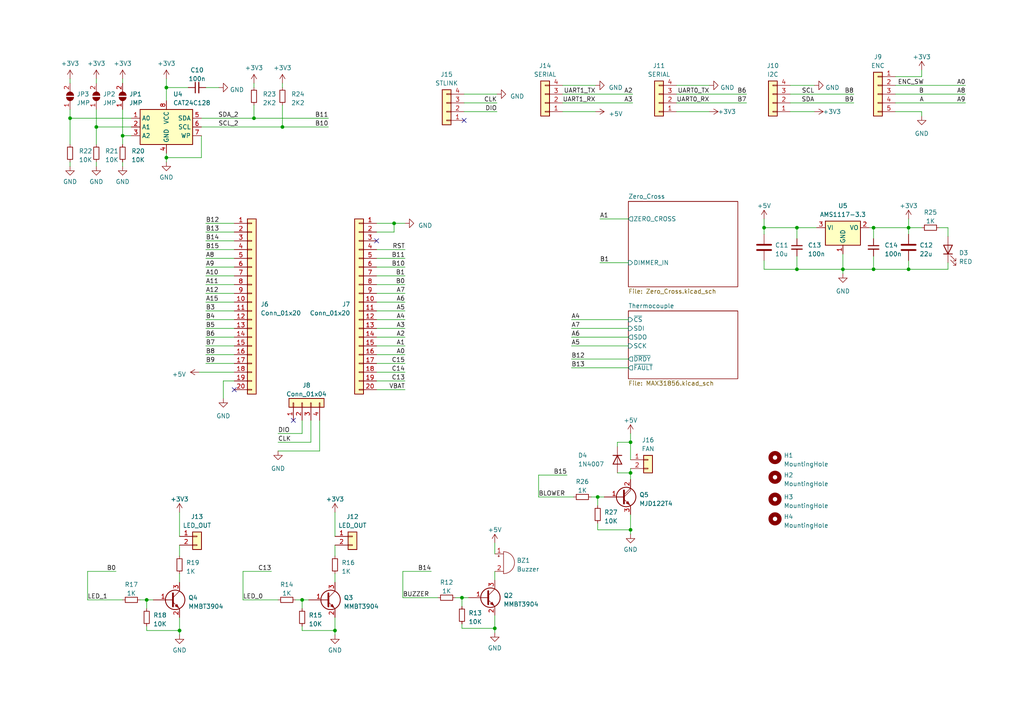
<source format=kicad_sch>
(kicad_sch (version 20230121) (generator eeschema)
  (paper "A4")
  (lib_symbols
    (symbol "Connector_Generic:Conn_01x02" (pin_names (offset 1.016) hide)
      (property "Reference" "J" (at 0 2.54 0))
      (property "Value" "Conn_01x02" (at 0 -5.08 0))
      (symbol "Conn_01x02_1_1"
        (rectangle (start -1.27 -2.413) (end 0 -2.667) (stroke (width 0.1524)))
        (rectangle (start -1.27 0.127) (end 0 -0.127) (stroke (width 0.1524)))
        (rectangle (start -1.27 1.27) (end 1.27 -3.81) (stroke (width 0.254)) (fill (type background)))
        (pin passive line (at -5.08 0 0) (length 3.81) (name "Pin_1") (number "1"))
        (pin passive line (at -5.08 -2.54 0) (length 3.81) (name "Pin_2") (number "2"))
      )
    )
    (symbol "Connector_Generic:Conn_01x04" (pin_names (offset 1.016) hide)
      (property "Reference" "J" (at 0 5.08 0))
      (property "Value" "Conn_01x04" (at 0 -7.62 0))
      (symbol "Conn_01x04_1_1"
        (rectangle (start -1.27 -4.953) (end 0 -5.207) (stroke (width 0.1524)))
        (rectangle (start -1.27 -2.413) (end 0 -2.667) (stroke (width 0.1524)))
        (rectangle (start -1.27 0.127) (end 0 -0.127) (stroke (width 0.1524)))
        (rectangle (start -1.27 2.667) (end 0 2.413) (stroke (width 0.1524)))
        (rectangle (start -1.27 3.81) (end 1.27 -6.35) (stroke (width 0.254)) (fill (type background)))
        (pin passive line (at -5.08 2.54 0) (length 3.81) (name "Pin_1") (number "1"))
        (pin passive line (at -5.08 0 0) (length 3.81) (name "Pin_2") (number "2"))
        (pin passive line (at -5.08 -2.54 0) (length 3.81) (name "Pin_3") (number "3"))
        (pin passive line (at -5.08 -5.08 0) (length 3.81) (name "Pin_4") (number "4"))
      )
    )
    (symbol "Connector_Generic:Conn_01x05" (pin_names (offset 1.016) hide)
      (property "Reference" "J" (at 0 7.62 0))
      (property "Value" "Conn_01x05" (at 0 -7.62 0))
      (symbol "Conn_01x05_1_1"
        (rectangle (start -1.27 -4.953) (end 0 -5.207) (stroke (width 0.1524)))
        (rectangle (start -1.27 -2.413) (end 0 -2.667) (stroke (width 0.1524)))
        (rectangle (start -1.27 0.127) (end 0 -0.127) (stroke (width 0.1524)))
        (rectangle (start -1.27 2.667) (end 0 2.413) (stroke (width 0.1524)))
        (rectangle (start -1.27 5.207) (end 0 4.953) (stroke (width 0.1524)))
        (rectangle (start -1.27 6.35) (end 1.27 -6.35) (stroke (width 0.254)) (fill (type background)))
        (pin passive line (at -5.08 5.08 0) (length 3.81) (name "Pin_1") (number "1"))
        (pin passive line (at -5.08 2.54 0) (length 3.81) (name "Pin_2") (number "2"))
        (pin passive line (at -5.08 0 0) (length 3.81) (name "Pin_3") (number "3"))
        (pin passive line (at -5.08 -2.54 0) (length 3.81) (name "Pin_4") (number "4"))
        (pin passive line (at -5.08 -5.08 0) (length 3.81) (name "Pin_5") (number "5"))
      )
    )
    (symbol "Connector_Generic:Conn_01x20" (pin_names (offset 1.016) hide)
      (property "Reference" "J" (at 0 25.4 0))
      (property "Value" "Conn_01x20" (at 0 -27.94 0))
      (symbol "Conn_01x20_1_1"
        (rectangle (start -1.27 -25.273) (end 0 -25.527) (stroke (width 0.1524)))
        (rectangle (start -1.27 -22.733) (end 0 -22.987) (stroke (width 0.1524)))
        (rectangle (start -1.27 -20.193) (end 0 -20.447) (stroke (width 0.1524)))
        (rectangle (start -1.27 -17.653) (end 0 -17.907) (stroke (width 0.1524)))
        (rectangle (start -1.27 -15.113) (end 0 -15.367) (stroke (width 0.1524)))
        (rectangle (start -1.27 -12.573) (end 0 -12.827) (stroke (width 0.1524)))
        (rectangle (start -1.27 -10.033) (end 0 -10.287) (stroke (width 0.1524)))
        (rectangle (start -1.27 -7.493) (end 0 -7.747) (stroke (width 0.1524)))
        (rectangle (start -1.27 -4.953) (end 0 -5.207) (stroke (width 0.1524)))
        (rectangle (start -1.27 -2.413) (end 0 -2.667) (stroke (width 0.1524)))
        (rectangle (start -1.27 0.127) (end 0 -0.127) (stroke (width 0.1524)))
        (rectangle (start -1.27 2.667) (end 0 2.413) (stroke (width 0.1524)))
        (rectangle (start -1.27 5.207) (end 0 4.953) (stroke (width 0.1524)))
        (rectangle (start -1.27 7.747) (end 0 7.493) (stroke (width 0.1524)))
        (rectangle (start -1.27 10.287) (end 0 10.033) (stroke (width 0.1524)))
        (rectangle (start -1.27 12.827) (end 0 12.573) (stroke (width 0.1524)))
        (rectangle (start -1.27 15.367) (end 0 15.113) (stroke (width 0.1524)))
        (rectangle (start -1.27 17.907) (end 0 17.653) (stroke (width 0.1524)))
        (rectangle (start -1.27 20.447) (end 0 20.193) (stroke (width 0.1524)))
        (rectangle (start -1.27 22.987) (end 0 22.733) (stroke (width 0.1524)))
        (rectangle (start -1.27 24.13) (end 1.27 -26.67) (stroke (width 0.254)) (fill (type background)))
        (pin passive line (at -5.08 22.86 0) (length 3.81) (name "Pin_1") (number "1"))
        (pin passive line (at -5.08 0 0) (length 3.81) (name "Pin_10") (number "10"))
        (pin passive line (at -5.08 -2.54 0) (length 3.81) (name "Pin_11") (number "11"))
        (pin passive line (at -5.08 -5.08 0) (length 3.81) (name "Pin_12") (number "12"))
        (pin passive line (at -5.08 -7.62 0) (length 3.81) (name "Pin_13") (number "13"))
        (pin passive line (at -5.08 -10.16 0) (length 3.81) (name "Pin_14") (number "14"))
        (pin passive line (at -5.08 -12.7 0) (length 3.81) (name "Pin_15") (number "15"))
        (pin passive line (at -5.08 -15.24 0) (length 3.81) (name "Pin_16") (number "16"))
        (pin passive line (at -5.08 -17.78 0) (length 3.81) (name "Pin_17") (number "17"))
        (pin passive line (at -5.08 -20.32 0) (length 3.81) (name "Pin_18") (number "18"))
        (pin passive line (at -5.08 -22.86 0) (length 3.81) (name "Pin_19") (number "19"))
        (pin passive line (at -5.08 20.32 0) (length 3.81) (name "Pin_2") (number "2"))
        (pin passive line (at -5.08 -25.4 0) (length 3.81) (name "Pin_20") (number "20"))
        (pin passive line (at -5.08 17.78 0) (length 3.81) (name "Pin_3") (number "3"))
        (pin passive line (at -5.08 15.24 0) (length 3.81) (name "Pin_4") (number "4"))
        (pin passive line (at -5.08 12.7 0) (length 3.81) (name "Pin_5") (number "5"))
        (pin passive line (at -5.08 10.16 0) (length 3.81) (name "Pin_6") (number "6"))
        (pin passive line (at -5.08 7.62 0) (length 3.81) (name "Pin_7") (number "7"))
        (pin passive line (at -5.08 5.08 0) (length 3.81) (name "Pin_8") (number "8"))
        (pin passive line (at -5.08 2.54 0) (length 3.81) (name "Pin_9") (number "9"))
      )
    )
    (symbol "Device:Buzzer" (pin_names (offset 0.0254) hide)
      (property "Reference" "BZ" (at 3.81 1.27 0))
      (property "Value" "Buzzer" (at 3.81 -1.27 0))
      (symbol "Buzzer_0_1"
        (arc (start 0 -3.175) (mid 3.1612 0) (end 0 3.175))
        (polyline (pts (xy -1.651 1.905) (xy -1.143 1.905)))
        (polyline (pts (xy -1.397 2.159) (xy -1.397 1.651)))
        (polyline (pts (xy 0 3.175) (xy 0 -3.175)))
      )
      (symbol "Buzzer_1_1"
        (pin passive line (at -2.54 2.54 0) (length 2.54) (name "-") (number "1"))
        (pin passive line (at -2.54 -2.54 0) (length 2.54) (name "+") (number "2"))
      )
    )
    (symbol "Device:C" (pin_numbers hide) (pin_names (offset 0.254))
      (property "Reference" "C" (at 0.635 2.54 0))
      (property "Value" "C" (at 0.635 -2.54 0))
      (symbol "C_0_1"
        (polyline (pts (xy -2.032 -0.762) (xy 2.032 -0.762)) (stroke (width 0.508)))
        (polyline (pts (xy -2.032 0.762) (xy 2.032 0.762)) (stroke (width 0.508)))
      )
      (symbol "C_1_1"
        (pin passive line (at 0 3.81 270) (length 2.794) (name "~") (number "1"))
        (pin passive line (at 0 -3.81 90) (length 2.794) (name "~") (number "2"))
      )
    )
    (symbol "Device:C_Small" (pin_numbers hide) (pin_names (offset 0.254) hide)
      (property "Reference" "C" (at 0.254 1.778 0))
      (property "Value" "C_Small" (at 0.254 -2.032 0))
      (symbol "C_Small_0_1"
        (polyline (pts (xy -1.524 -0.508) (xy 1.524 -0.508)) (stroke (width 0.3302)))
        (polyline (pts (xy -1.524 0.508) (xy 1.524 0.508)) (stroke (width 0.3048)))
      )
      (symbol "C_Small_1_1"
        (pin passive line (at 0 2.54 270) (length 2.032) (name "~") (number "1"))
        (pin passive line (at 0 -2.54 90) (length 2.032) (name "~") (number "2"))
      )
    )
    (symbol "Device:LED" (pin_numbers hide) (pin_names (offset 1.016) hide)
      (property "Reference" "D" (at 0 2.54 0))
      (property "Value" "LED" (at 0 -2.54 0))
      (symbol "LED_0_1"
        (polyline (pts (xy -1.27 -1.27) (xy -1.27 1.27)) (stroke (width 0.254)))
        (polyline (pts (xy -1.27 0) (xy 1.27 0)))
        (polyline (pts (xy 1.27 -1.27) (xy 1.27 1.27) (xy -1.27 0) (xy 1.27 -1.27)) (stroke (width 0.254)))
        (polyline (pts (xy -3.048 -0.762) (xy -4.572 -2.286) (xy -3.81 -2.286) (xy -4.572 -2.286) (xy -4.572 -1.524)))
        (polyline (pts (xy -1.778 -0.762) (xy -3.302 -2.286) (xy -2.54 -2.286) (xy -3.302 -2.286) (xy -3.302 -1.524)))
      )
      (symbol "LED_1_1"
        (pin passive line (at -3.81 0 0) (length 2.54) (name "K") (number "1"))
        (pin passive line (at 3.81 0 180) (length 2.54) (name "A") (number "2"))
      )
    )
    (symbol "Device:Q_NPN_Darlington_BCE" (pin_names (offset 0) hide)
      (property "Reference" "Q" (at 4.572 1.27 0))
      (property "Value" "Q_NPN_Darlington_BCE" (at 4.572 -1.27 0))
      (symbol "Q_NPN_Darlington_BCE_0_1"
        (polyline (pts (xy 0.635 0.635) (xy 2.54 2.54)))
        (polyline (pts (xy 0.635 -0.635) (xy 2.54 -2.54) (xy 2.54 -2.54)))
        (polyline (pts (xy 0.635 0) (xy 2.54 1.905) (xy 2.54 2.54)))
        (polyline (pts (xy 0.635 1.905) (xy 0.635 -1.905) (xy 0.635 -1.905)) (stroke (width 0.508)))
        (polyline (pts (xy 1.27 -1.778) (xy 1.778 -1.27) (xy 2.286 -2.286) (xy 1.27 -1.778) (xy 1.27 -1.778)) (fill (type outline)))
        (circle (center 1.27 0) (radius 2.8194) (stroke (width 0.254)))
      )
      (symbol "Q_NPN_Darlington_BCE_1_1"
        (pin input line (at -5.08 0 0) (length 5.715) (name "B") (number "1"))
        (pin passive line (at 2.54 5.08 270) (length 2.54) (name "C") (number "2"))
        (pin passive line (at 2.54 -5.08 90) (length 2.54) (name "E") (number "3"))
      )
    )
    (symbol "Device:R_Small" (pin_numbers hide) (pin_names (offset 0.254) hide)
      (property "Reference" "R" (at 0.762 0.508 0))
      (property "Value" "R_Small" (at 0.762 -1.016 0))
      (symbol "R_Small_0_1"
        (rectangle (start -0.762 1.778) (end 0.762 -1.778) (stroke (width 0.2032)))
      )
      (symbol "R_Small_1_1"
        (pin passive line (at 0 2.54 270) (length 0.762) (name "~") (number "1"))
        (pin passive line (at 0 -2.54 90) (length 0.762) (name "~") (number "2"))
      )
    )
    (symbol "Diode:1N4448W" (pin_numbers hide) (pin_names hide)
      (property "Reference" "D" (at 0 2.54 0))
      (property "Value" "1N4448W" (at 0 -2.54 0))
      (symbol "1N4448W_0_1"
        (polyline (pts (xy -1.27 1.27) (xy -1.27 -1.27)) (stroke (width 0.254)))
        (polyline (pts (xy 1.27 0) (xy -1.27 0)))
        (polyline (pts (xy 1.27 1.27) (xy 1.27 -1.27) (xy -1.27 0) (xy 1.27 1.27)) (stroke (width 0.254)))
      )
      (symbol "1N4448W_1_1"
        (pin passive line (at -3.81 0 0) (length 2.54) (name "K") (number "1"))
        (pin passive line (at 3.81 0 180) (length 2.54) (name "A") (number "2"))
      )
    )
    (symbol "Jumper:SolderJumper_2_Open" (pin_names (offset 0) hide)
      (property "Reference" "JP" (at 0 2.032 0))
      (property "Value" "SolderJumper_2_Open" (at 0 -2.54 0))
      (symbol "SolderJumper_2_Open_0_1"
        (arc (start -0.254 1.016) (mid -1.2656 0) (end -0.254 -1.016))
        (arc (start -0.254 1.016) (mid -1.2656 0) (end -0.254 -1.016) (fill (type outline)))
        (polyline (pts (xy -0.254 1.016) (xy -0.254 -1.016)))
        (polyline (pts (xy 0.254 1.016) (xy 0.254 -1.016)))
        (arc (start 0.254 -1.016) (mid 1.2656 0) (end 0.254 1.016))
        (arc (start 0.254 -1.016) (mid 1.2656 0) (end 0.254 1.016) (fill (type outline)))
      )
      (symbol "SolderJumper_2_Open_1_1"
        (pin passive line (at -3.81 0 0) (length 2.54) (name "A") (number "1"))
        (pin passive line (at 3.81 0 180) (length 2.54) (name "B") (number "2"))
      )
    )
    (symbol "Mechanical:MountingHole" (pin_names (offset 1.016))
      (property "Reference" "H" (at 0 5.08 0))
      (property "Value" "MountingHole" (at 0 3.175 0))
      (symbol "MountingHole_0_1"
        (circle (center 0 0) (radius 1.27) (stroke (width 1.27)))
      )
    )
    (symbol "Memory_EEPROM:CAT24C128"
      (property "Reference" "U" (at -6.35 6.35 0))
      (property "Value" "CAT24C128" (at 1.27 6.35 0))
      (symbol "CAT24C128_1_1"
        (rectangle (start -7.62 5.08) (end 7.62 -5.08) (stroke (width 0.254)) (fill (type background)))
        (pin input line (at -10.16 2.54 0) (length 2.54) (name "A0") (number "1"))
        (pin input line (at -10.16 0 0) (length 2.54) (name "A1") (number "2"))
        (pin input line (at -10.16 -2.54 0) (length 2.54) (name "A2") (number "3"))
        (pin power_in line (at 0 -7.62 90) (length 2.54) (name "GND") (number "4"))
        (pin bidirectional line (at 10.16 2.54 180) (length 2.54) (name "SDA") (number "5"))
        (pin input line (at 10.16 0 180) (length 2.54) (name "SCL") (number "6"))
        (pin input line (at 10.16 -2.54 180) (length 2.54) (name "WP") (number "7"))
        (pin power_in line (at 0 7.62 270) (length 2.54) (name "VCC") (number "8"))
      )
    )
    (symbol "Regulator_Linear:AMS1117-3.3"
      (property "Reference" "U" (at -3.81 3.175 0))
      (property "Value" "AMS1117-3.3" (at 0 3.175 0))
      (symbol "AMS1117-3.3_0_1"
        (rectangle (start -5.08 -5.08) (end 5.08 1.905) (stroke (width 0.254)) (fill (type background)))
      )
      (symbol "AMS1117-3.3_1_1"
        (pin power_in line (at 0 -7.62 90) (length 2.54) (name "GND") (number "1"))
        (pin power_out line (at 7.62 0 180) (length 2.54) (name "VO") (number "2"))
        (pin power_in line (at -7.62 0 0) (length 2.54) (name "VI") (number "3"))
      )
    )
    (symbol "Transistor_BJT:MMBT3904" (pin_names (offset 0) hide)
      (property "Reference" "Q" (at 5.08 1.905 0))
      (property "Value" "MMBT3904" (at 5.08 0 0))
      (symbol "MMBT3904_0_1"
        (polyline (pts (xy 0.635 0.635) (xy 2.54 2.54)))
        (polyline (pts (xy 0.635 -0.635) (xy 2.54 -2.54) (xy 2.54 -2.54)))
        (polyline (pts (xy 0.635 1.905) (xy 0.635 -1.905) (xy 0.635 -1.905)) (stroke (width 0.508)))
        (polyline (pts (xy 1.27 -1.778) (xy 1.778 -1.27) (xy 2.286 -2.286) (xy 1.27 -1.778) (xy 1.27 -1.778)) (fill (type outline)))
        (circle (center 1.27 0) (radius 2.8194) (stroke (width 0.254)))
      )
      (symbol "MMBT3904_1_1"
        (pin input line (at -5.08 0 0) (length 5.715) (name "B") (number "1"))
        (pin passive line (at 2.54 -5.08 90) (length 2.54) (name "E") (number "2"))
        (pin passive line (at 2.54 5.08 270) (length 2.54) (name "C") (number "3"))
      )
    )
    (symbol "power:+3V3" (power) (pin_names (offset 0))
      (property "Value" "+3V3" (at 0 3.556 0))
      (symbol "+3V3_0_1"
        (polyline (pts (xy -0.762 1.27) (xy 0 2.54)))
        (polyline (pts (xy 0 0) (xy 0 2.54)))
        (polyline (pts (xy 0 2.54) (xy 0.762 1.27)))
      )
      (symbol "+3V3_1_1"
        (pin power_in line (at 0 0 90) (length 0) hide (name "+3V3") (number "1"))
      )
    )
    (symbol "power:+5V" (power) (pin_names (offset 0))
      (property "Value" "+5V" (at 0 3.556 0))
      (symbol "+5V_0_1"
        (polyline (pts (xy -0.762 1.27) (xy 0 2.54)))
        (polyline (pts (xy 0 0) (xy 0 2.54)))
        (polyline (pts (xy 0 2.54) (xy 0.762 1.27)))
      )
      (symbol "+5V_1_1"
        (pin power_in line (at 0 0 90) (length 0) hide (name "+5V") (number "1"))
      )
    )
    (symbol "power:GND" (power) (pin_names (offset 0))
      (property "Value" "GND" (at 0 -3.81 0))
      (symbol "GND_0_1"
        (polyline (pts (xy 0 0) (xy 0 -1.27) (xy 1.27 -1.27) (xy 0 -2.54) (xy -1.27 -1.27) (xy 0 -1.27)))
      )
      (symbol "GND_1_1"
        (pin power_in line (at 0 0 270) (length 0) hide (name "GND") (number "1"))
      )
    )
  )
  (junction (at 253.365 78.105))
  (junction (at 182.88 137.16))
  (junction (at 133.985 173.355))
  (junction (at 20.32 34.29))
  (junction (at 182.88 153.67))
  (junction (at 253.365 66.04))
  (junction (at 42.545 173.99))
  (junction (at 143.51 182.245))
  (junction (at 52.07 182.88))
  (junction (at 263.525 78.105))
  (junction (at 114.3 64.77))
  (junction (at 48.26 25.4))
  (junction (at 182.88 128.27))
  (junction (at 35.56 39.37))
  (junction (at 81.915 36.83))
  (junction (at 244.475 78.105))
  (junction (at 48.26 45.72))
  (junction (at 221.615 66.04))
  (junction (at 73.66 34.29))
  (junction (at 231.14 78.105))
  (junction (at 231.14 66.04))
  (junction (at 173.355 144.145))
  (junction (at 97.155 182.88))
  (junction (at 27.94 36.83))
  (junction (at 87.63 173.99))
  (junction (at 263.525 66.04))
  (no_connect (at 67.945 113.03))
  (no_connect (at 109.22 69.85))
  (no_connect (at 85.09 121.92))
  (no_connect (at 134.62 34.925))
  (wire (pts (xy 25.4 165.735) (xy 25.4 173.99)))
  (wire (pts (xy 70.485 165.735) (xy 70.485 173.99)))
  (wire (pts (xy 109.22 92.71) (xy 117.475 92.71)))
  (wire (pts (xy 64.77 110.49) (xy 64.77 115.57)))
  (wire (pts (xy 116.84 173.355) (xy 127 173.355)))
  (wire (pts (xy 134.62 27.305) (xy 144.145 27.305)))
  (wire (pts (xy 20.32 34.29) (xy 20.32 41.91)))
  (wire (pts (xy 259.715 27.305) (xy 280.035 27.305)))
  (wire (pts (xy 259.715 29.845) (xy 280.035 29.845)))
  (wire (pts (xy 58.42 34.29) (xy 73.66 34.29)))
  (wire (pts (xy 179.07 129.54) (xy 179.07 128.27)))
  (wire (pts (xy 274.955 78.105) (xy 263.525 78.105)))
  (wire (pts (xy 163.195 27.305) (xy 183.515 27.305)))
  (wire (pts (xy 143.51 157.48) (xy 143.51 160.655)))
  (wire (pts (xy 59.69 90.17) (xy 67.945 90.17)))
  (wire (pts (xy 253.365 66.04) (xy 263.525 66.04)))
  (wire (pts (xy 132.08 173.355) (xy 133.985 173.355)))
  (wire (pts (xy 133.985 182.245) (xy 143.51 182.245)))
  (wire (pts (xy 109.22 95.25) (xy 117.475 95.25)))
  (wire (pts (xy 59.69 87.63) (xy 67.945 87.63)))
  (wire (pts (xy 87.63 182.88) (xy 97.155 182.88)))
  (wire (pts (xy 229.235 32.385) (xy 236.22 32.385)))
  (wire (pts (xy 35.56 39.37) (xy 35.56 31.75)))
  (wire (pts (xy 40.64 173.99) (xy 42.545 173.99)))
  (wire (pts (xy 109.22 97.79) (xy 117.475 97.79)))
  (wire (pts (xy 52.07 148.59) (xy 52.07 155.575)))
  (wire (pts (xy 114.3 64.77) (xy 117.475 64.77)))
  (wire (pts (xy 97.155 184.15) (xy 97.155 182.88)))
  (wire (pts (xy 182.88 149.225) (xy 182.88 153.67)))
  (wire (pts (xy 35.56 39.37) (xy 35.56 41.91)))
  (wire (pts (xy 38.1 34.29) (xy 20.32 34.29)))
  (wire (pts (xy 20.32 22.86) (xy 20.32 24.13)))
  (wire (pts (xy 97.155 158.115) (xy 97.155 161.29)))
  (wire (pts (xy 274.955 76.2) (xy 274.955 78.105)))
  (wire (pts (xy 109.22 90.17) (xy 117.475 90.17)))
  (wire (pts (xy 229.235 29.845) (xy 247.65 29.845)))
  (wire (pts (xy 20.32 48.26) (xy 20.32 46.99)))
  (wire (pts (xy 52.07 158.115) (xy 52.07 161.29)))
  (wire (pts (xy 143.51 165.735) (xy 143.51 168.275)))
  (wire (pts (xy 164.465 137.795) (xy 156.21 137.795)))
  (wire (pts (xy 27.94 36.83) (xy 27.94 31.75)))
  (wire (pts (xy 116.84 165.735) (xy 116.84 173.355)))
  (wire (pts (xy 73.66 30.48) (xy 73.66 34.29)))
  (wire (pts (xy 165.735 100.33) (xy 182.245 100.33)))
  (wire (pts (xy 143.51 183.515) (xy 143.51 182.245)))
  (wire (pts (xy 133.985 173.355) (xy 133.985 175.895)))
  (wire (pts (xy 35.56 48.26) (xy 35.56 46.99)))
  (wire (pts (xy 81.915 24.13) (xy 81.915 25.4)))
  (wire (pts (xy 236.855 66.04) (xy 231.14 66.04)))
  (wire (pts (xy 182.88 153.67) (xy 182.88 154.94)))
  (wire (pts (xy 59.69 102.87) (xy 67.945 102.87)))
  (wire (pts (xy 81.915 30.48) (xy 81.915 36.83)))
  (wire (pts (xy 221.615 78.105) (xy 231.14 78.105)))
  (wire (pts (xy 267.335 22.225) (xy 267.335 20.32)))
  (wire (pts (xy 58.42 39.37) (xy 58.42 45.72)))
  (wire (pts (xy 156.21 144.145) (xy 166.37 144.145)))
  (wire (pts (xy 59.69 72.39) (xy 67.945 72.39)))
  (wire (pts (xy 97.155 182.88) (xy 97.155 179.07)))
  (wire (pts (xy 27.94 22.86) (xy 27.94 24.13)))
  (wire (pts (xy 156.21 137.795) (xy 156.21 144.145)))
  (wire (pts (xy 80.645 128.27) (xy 90.17 128.27)))
  (wire (pts (xy 59.69 82.55) (xy 67.945 82.55)))
  (wire (pts (xy 97.155 166.37) (xy 97.155 168.91)))
  (wire (pts (xy 73.66 34.29) (xy 95.25 34.29)))
  (wire (pts (xy 70.485 173.99) (xy 80.645 173.99)))
  (wire (pts (xy 231.14 66.04) (xy 231.14 69.215)))
  (wire (pts (xy 109.22 100.33) (xy 117.475 100.33)))
  (wire (pts (xy 173.355 144.145) (xy 173.355 146.685)))
  (wire (pts (xy 109.22 77.47) (xy 117.475 77.47)))
  (wire (pts (xy 173.355 153.67) (xy 182.88 153.67)))
  (wire (pts (xy 25.4 173.99) (xy 35.56 173.99)))
  (wire (pts (xy 109.22 105.41) (xy 117.475 105.41)))
  (wire (pts (xy 59.69 74.93) (xy 67.945 74.93)))
  (wire (pts (xy 163.195 32.385) (xy 172.72 32.385)))
  (wire (pts (xy 179.07 128.27) (xy 182.88 128.27)))
  (wire (pts (xy 59.69 77.47) (xy 67.945 77.47)))
  (wire (pts (xy 221.615 63.5) (xy 221.615 66.04)))
  (wire (pts (xy 165.735 92.71) (xy 182.245 92.71)))
  (wire (pts (xy 109.22 72.39) (xy 117.475 72.39)))
  (wire (pts (xy 42.545 181.61) (xy 42.545 182.88)))
  (wire (pts (xy 97.155 148.59) (xy 97.155 155.575)))
  (wire (pts (xy 109.22 64.77) (xy 114.3 64.77)))
  (wire (pts (xy 173.355 151.765) (xy 173.355 153.67)))
  (wire (pts (xy 274.955 66.04) (xy 274.955 68.58)))
  (wire (pts (xy 48.26 45.72) (xy 48.26 44.45)))
  (wire (pts (xy 109.22 85.09) (xy 117.475 85.09)))
  (wire (pts (xy 221.615 75.565) (xy 221.615 78.105)))
  (wire (pts (xy 35.56 22.86) (xy 35.56 24.13)))
  (wire (pts (xy 59.69 69.85) (xy 67.945 69.85)))
  (wire (pts (xy 27.94 48.26) (xy 27.94 46.99)))
  (wire (pts (xy 42.545 182.88) (xy 52.07 182.88)))
  (wire (pts (xy 52.07 166.37) (xy 52.07 168.91)))
  (wire (pts (xy 231.14 74.295) (xy 231.14 78.105)))
  (wire (pts (xy 42.545 173.99) (xy 42.545 176.53)))
  (wire (pts (xy 244.475 79.375) (xy 244.475 78.105)))
  (wire (pts (xy 59.69 105.41) (xy 67.945 105.41)))
  (wire (pts (xy 231.14 66.04) (xy 221.615 66.04)))
  (wire (pts (xy 109.22 82.55) (xy 117.475 82.55)))
  (wire (pts (xy 125.095 165.735) (xy 116.84 165.735)))
  (wire (pts (xy 196.215 29.845) (xy 216.535 29.845)))
  (wire (pts (xy 263.525 66.04) (xy 267.335 66.04)))
  (wire (pts (xy 87.63 173.99) (xy 89.535 173.99)))
  (wire (pts (xy 134.62 32.385) (xy 144.145 32.385)))
  (wire (pts (xy 109.22 74.93) (xy 117.475 74.93)))
  (wire (pts (xy 59.69 80.01) (xy 67.945 80.01)))
  (wire (pts (xy 70.485 165.735) (xy 78.74 165.735)))
  (wire (pts (xy 38.1 39.37) (xy 35.56 39.37)))
  (wire (pts (xy 163.195 29.845) (xy 183.515 29.845)))
  (wire (pts (xy 165.735 106.68) (xy 182.245 106.68)))
  (wire (pts (xy 171.45 144.145) (xy 173.355 144.145)))
  (wire (pts (xy 263.525 66.04) (xy 263.525 67.945)))
  (wire (pts (xy 182.88 135.89) (xy 182.88 137.16)))
  (wire (pts (xy 182.245 63.5) (xy 173.99 63.5)))
  (wire (pts (xy 59.69 95.25) (xy 67.945 95.25)))
  (wire (pts (xy 253.365 78.105) (xy 244.475 78.105)))
  (wire (pts (xy 63.5 25.4) (xy 59.69 25.4)))
  (wire (pts (xy 80.645 125.73) (xy 87.63 125.73)))
  (wire (pts (xy 109.22 87.63) (xy 117.475 87.63)))
  (wire (pts (xy 182.245 76.2) (xy 173.99 76.2)))
  (wire (pts (xy 182.88 128.27) (xy 182.88 133.35)))
  (wire (pts (xy 25.4 165.735) (xy 33.655 165.735)))
  (wire (pts (xy 272.415 66.04) (xy 274.955 66.04)))
  (wire (pts (xy 52.07 184.15) (xy 52.07 182.88)))
  (wire (pts (xy 182.88 125.73) (xy 182.88 128.27)))
  (wire (pts (xy 48.26 22.86) (xy 48.26 25.4)))
  (wire (pts (xy 253.365 74.295) (xy 253.365 78.105)))
  (wire (pts (xy 52.07 182.88) (xy 52.07 179.07)))
  (wire (pts (xy 27.94 36.83) (xy 27.94 41.91)))
  (wire (pts (xy 165.735 97.79) (xy 182.245 97.79)))
  (wire (pts (xy 48.26 25.4) (xy 48.26 29.21)))
  (wire (pts (xy 59.69 97.79) (xy 67.945 97.79)))
  (wire (pts (xy 59.69 85.09) (xy 67.945 85.09)))
  (wire (pts (xy 73.66 24.13) (xy 73.66 25.4)))
  (wire (pts (xy 59.69 64.77) (xy 67.945 64.77)))
  (wire (pts (xy 58.42 45.72) (xy 48.26 45.72)))
  (wire (pts (xy 221.615 66.04) (xy 221.615 67.945)))
  (wire (pts (xy 229.235 24.765) (xy 236.22 24.765)))
  (wire (pts (xy 58.42 36.83) (xy 81.915 36.83)))
  (wire (pts (xy 20.32 34.29) (xy 20.32 31.75)))
  (wire (pts (xy 38.1 36.83) (xy 27.94 36.83)))
  (wire (pts (xy 263.525 78.105) (xy 253.365 78.105)))
  (wire (pts (xy 109.22 102.87) (xy 117.475 102.87)))
  (wire (pts (xy 173.355 144.145) (xy 175.26 144.145)))
  (wire (pts (xy 165.735 95.25) (xy 182.245 95.25)))
  (wire (pts (xy 87.63 125.73) (xy 87.63 121.92)))
  (wire (pts (xy 253.365 66.04) (xy 253.365 69.215)))
  (wire (pts (xy 196.215 32.385) (xy 205.74 32.385)))
  (wire (pts (xy 42.545 173.99) (xy 44.45 173.99)))
  (wire (pts (xy 48.26 46.99) (xy 48.26 45.72)))
  (wire (pts (xy 244.475 78.105) (xy 244.475 73.66)))
  (wire (pts (xy 59.69 100.33) (xy 67.945 100.33)))
  (wire (pts (xy 109.22 107.95) (xy 117.475 107.95)))
  (wire (pts (xy 109.22 113.03) (xy 117.475 113.03)))
  (wire (pts (xy 252.095 66.04) (xy 253.365 66.04)))
  (wire (pts (xy 90.17 128.27) (xy 90.17 121.92)))
  (wire (pts (xy 263.525 75.565) (xy 263.525 78.105)))
  (wire (pts (xy 59.69 92.71) (xy 67.945 92.71)))
  (wire (pts (xy 133.985 180.975) (xy 133.985 182.245)))
  (wire (pts (xy 231.14 78.105) (xy 244.475 78.105)))
  (wire (pts (xy 87.63 181.61) (xy 87.63 182.88)))
  (wire (pts (xy 59.69 67.31) (xy 67.945 67.31)))
  (wire (pts (xy 48.26 25.4) (xy 54.61 25.4)))
  (wire (pts (xy 109.22 110.49) (xy 117.475 110.49)))
  (wire (pts (xy 259.715 22.225) (xy 267.335 22.225)))
  (wire (pts (xy 259.715 32.385) (xy 267.335 32.385)))
  (wire (pts (xy 109.22 80.01) (xy 117.475 80.01)))
  (wire (pts (xy 267.335 32.385) (xy 267.335 33.655)))
  (wire (pts (xy 114.3 64.77) (xy 114.3 67.31)))
  (wire (pts (xy 133.985 173.355) (xy 135.89 173.355)))
  (wire (pts (xy 92.71 130.81) (xy 92.71 121.92)))
  (wire (pts (xy 109.22 67.31) (xy 114.3 67.31)))
  (wire (pts (xy 182.88 137.16) (xy 182.88 139.065)))
  (wire (pts (xy 179.07 137.16) (xy 182.88 137.16)))
  (wire (pts (xy 57.785 107.95) (xy 67.945 107.95)))
  (wire (pts (xy 143.51 182.245) (xy 143.51 178.435)))
  (wire (pts (xy 196.215 27.305) (xy 216.535 27.305)))
  (wire (pts (xy 67.945 110.49) (xy 64.77 110.49)))
  (wire (pts (xy 87.63 173.99) (xy 87.63 176.53)))
  (wire (pts (xy 165.735 104.14) (xy 182.245 104.14)))
  (wire (pts (xy 229.235 27.305) (xy 247.65 27.305)))
  (wire (pts (xy 259.715 24.765) (xy 280.035 24.765)))
  (wire (pts (xy 85.725 173.99) (xy 87.63 173.99)))
  (wire (pts (xy 196.215 24.765) (xy 205.74 24.765)))
  (wire (pts (xy 263.525 63.5) (xy 263.525 66.04)))
  (wire (pts (xy 163.195 24.765) (xy 172.72 24.765)))
  (wire (pts (xy 81.915 36.83) (xy 95.25 36.83)))
  (wire (pts (xy 80.645 130.81) (xy 92.71 130.81)))
  (wire (pts (xy 134.62 29.845) (xy 144.145 29.845)))
  (label "B9" (at 59.69 105.41 0))
  (label "A11" (at 59.69 82.55 0))
  (label "B6" (at 216.535 27.305 180))
  (label "B9" (at 247.65 29.845 180))
  (label "A0" (at 280.035 24.765 180))
  (label "BUZZER" (at 116.84 173.355 0))
  (label "A2" (at 117.475 97.79 180))
  (label "CLK" (at 80.645 128.27 0))
  (label "B8" (at 247.65 27.305 180))
  (label "B10" (at 95.25 36.83 180))
  (label "B10" (at 117.475 77.47 180))
  (label "A0" (at 117.475 102.87 180))
  (label "A9" (at 59.69 77.47 0))
  (label "LED_1" (at 25.4 173.99 0))
  (label "B14" (at 125.095 165.735 180))
  (label "B12" (at 165.735 104.14 0))
  (label "A3" (at 117.475 95.25 180))
  (label "B6" (at 59.69 97.79 0))
  (label "RST" (at 117.475 72.39 180))
  (label "B7" (at 216.535 29.845 180))
  (label "A8" (at 59.69 74.93 0))
  (label "A5" (at 165.735 100.33 0))
  (label "A" (at 267.97 29.845 180))
  (label "B3" (at 59.69 90.17 0))
  (label "ENC_SW" (at 267.97 24.765 180))
  (label "B1" (at 117.475 80.01 180))
  (label "UART1_TX" (at 172.72 27.305 180))
  (label "SCL_2" (at 69.215 36.83 180))
  (label "B15" (at 164.465 137.795 180))
  (label "A4" (at 117.475 92.71 180))
  (label "C14" (at 117.475 107.95 180))
  (label "B11" (at 95.25 34.29 180))
  (label "B0" (at 33.655 165.735 180))
  (label "B15" (at 59.69 72.39 0))
  (label "B1" (at 173.99 76.2 0))
  (label "A10" (at 59.69 80.01 0))
  (label "DIO" (at 80.645 125.73 0))
  (label "C13" (at 117.475 110.49 180))
  (label "B5" (at 59.69 95.25 0))
  (label "A3" (at 183.515 29.845 180))
  (label "B14" (at 59.69 69.85 0))
  (label "B12" (at 59.69 64.77 0))
  (label "B13" (at 165.735 106.68 0))
  (label "A1" (at 117.475 100.33 180))
  (label "B11" (at 117.475 74.93 180))
  (label "A8" (at 280.035 27.305 180))
  (label "A12" (at 59.69 85.09 0))
  (label "DIO" (at 144.145 32.385 180))
  (label "CLK" (at 144.145 29.845 180))
  (label "B" (at 267.97 27.305 180))
  (label "SCL" (at 236.22 27.305 180))
  (label "VBAT" (at 117.475 113.03 180))
  (label "UART1_RX" (at 172.72 29.845 180))
  (label "B7" (at 59.69 100.33 0))
  (label "A1" (at 173.99 63.5 0))
  (label "C15" (at 117.475 105.41 180))
  (label "A6" (at 117.475 87.63 180))
  (label "C13" (at 78.74 165.735 180))
  (label "A2" (at 183.515 27.305 180))
  (label "A7" (at 165.735 95.25 0))
  (label "UART0_RX" (at 205.74 29.845 180))
  (label "BLOWER" (at 156.21 144.145 0))
  (label "A9" (at 280.035 29.845 180))
  (label "B13" (at 59.69 67.31 0))
  (label "B8" (at 59.69 102.87 0))
  (label "A5" (at 117.475 90.17 180))
  (label "B0" (at 117.475 82.55 180))
  (label "A7" (at 117.475 85.09 180))
  (label "A6" (at 165.735 97.79 0))
  (label "A4" (at 165.735 92.71 0))
  (label "SDA" (at 236.22 29.845 180))
  (label "A15" (at 59.69 87.63 0))
  (label "B4" (at 59.69 92.71 0))
  (label "LED_0" (at 70.485 173.99 0))
  (label "UART0_TX" (at 205.74 27.305 180))
  (label "SDA_2" (at 69.215 34.29 180))
  (symbol (lib_id "power:GND") (at 97.155 184.15 0) (unit 1)
    (property "Reference" "#PWR032" (effects hide))
    (property "Value" "GND" (at 97.155 188.595 0))
  )
  (symbol (lib_id "power:GND") (at 182.88 154.94 0) (unit 1)
    (property "Reference" "#PWR058" (effects hide))
    (property "Value" "GND" (at 182.88 159.385 0))
  )
  (symbol (lib_id "power:GND") (at 52.07 184.15 0) (unit 1)
    (property "Reference" "#PWR034" (effects hide))
    (property "Value" "GND" (at 52.07 188.595 0))
  )
  (symbol (lib_id "Device:R_Small") (at 81.915 27.94 180) (unit 1)
    (property "Reference" "R24" (at 84.455 27.305 0) (effects (justify right)))
    (property "Value" "2K2" (at 84.455 29.845 0) (effects (justify right)))
    (property "Footprint" "Resistor_SMD:R_0603_1608Metric" (effects hide))
    (property "JLCPCB Part #" "C4190" (effects hide))
  )
  (symbol (lib_id "Device:R_Small") (at 83.185 173.99 90) (unit 1)
    (property "Reference" "R14" (at 83.185 169.545 90))
    (property "Value" "1K" (at 83.185 172.085 90))
    (property "Footprint" "Resistor_SMD:R_0603_1608Metric" (effects hide))
    (property "JLCPCB Part #" "C21190" (effects hide))
  )
  (symbol (lib_id "Transistor_BJT:MMBT3904") (at 49.53 173.99 0) (unit 1)
    (property "Reference" "Q4" (at 54.61 173.355 0) (effects (justify left)))
    (property "Value" "MMBT3904" (at 54.61 175.895 0) (effects (justify left)))
    (property "Footprint" "Package_TO_SOT_SMD:SOT-23" (effects hide))
    (property "Datasheet" "https://www.onsemi.com/pub/Collateral/2N3903-D.PDF" (effects hide))
    (property "JLCPCB Part #" "C81464" (effects hide))
  )
  (symbol (lib_id "power:GND") (at 244.475 79.375 0) (unit 1)
    (property "Reference" "#PWR055" (effects hide))
    (property "Value" "GND" (at 244.475 84.455 0))
  )
  (symbol (lib_id "Transistor_BJT:MMBT3904") (at 140.97 173.355 0) (unit 1)
    (property "Reference" "Q2" (at 146.05 172.72 0) (effects (justify left)))
    (property "Value" "MMBT3904" (at 146.05 175.26 0) (effects (justify left)))
    (property "Footprint" "Package_TO_SOT_SMD:SOT-23" (effects hide))
    (property "Datasheet" "https://www.onsemi.com/pub/Collateral/2N3903-D.PDF" (effects hide))
    (property "JLCPCB Part #" "C81464" (effects hide))
  )
  (symbol (lib_id "Device:R_Small") (at 269.875 66.04 270) (unit 1)
    (property "Reference" "R25" (at 269.875 61.595 90))
    (property "Value" "1K" (at 269.875 64.135 90))
    (property "Footprint" "Resistor_SMD:R_0603_1608Metric" (effects hide))
    (property "JLCPCB Part #" "C21190" (effects hide))
  )
  (symbol (lib_id "Connector_Generic:Conn_01x04") (at 87.63 116.84 90) (unit 1) (in_bom no)
    (property "Reference" "J8" (at 88.9 111.76 90))
    (property "Value" "Conn_01x04" (at 88.9 114.3 90))
    (property "Footprint" "Connector_PinSocket_2.54mm:PinSocket_1x04_P2.54mm_Vertical" (effects hide))
  )
  (symbol (lib_id "Jumper:SolderJumper_2_Open") (at 27.94 27.94 90) (unit 1) (in_bom no)
    (property "Reference" "JP2" (at 29.845 27.305 90) (effects (justify right)))
    (property "Value" "JMP" (at 29.845 29.845 90) (effects (justify right)))
    (property "Footprint" "Jumper:SolderJumper-2_P1.3mm_Open_RoundedPad1.0x1.5mm" (effects hide))
  )
  (symbol (lib_id "Device:R_Small") (at 129.54 173.355 90) (unit 1)
    (property "Reference" "R12" (at 129.54 168.91 90))
    (property "Value" "1K" (at 129.54 171.45 90))
    (property "Footprint" "Resistor_SMD:R_0603_1608Metric" (effects hide))
    (property "JLCPCB Part #" "C21190" (effects hide))
  )
  (symbol (lib_id "power:+3V3") (at 263.525 63.5 0) (unit 1)
    (property "Reference" "#PWR056" (effects hide))
    (property "Value" "+3V3" (at 263.525 59.69 0))
  )
  (symbol (lib_id "Transistor_BJT:MMBT3904") (at 94.615 173.99 0) (unit 1)
    (property "Reference" "Q3" (at 99.695 173.355 0) (effects (justify left)))
    (property "Value" "MMBT3904" (at 99.695 175.895 0) (effects (justify left)))
    (property "Footprint" "Package_TO_SOT_SMD:SOT-23" (effects hide))
    (property "Datasheet" "https://www.onsemi.com/pub/Collateral/2N3903-D.PDF" (effects hide))
    (property "JLCPCB Part #" "C81464" (effects hide))
  )
  (symbol (lib_id "power:GND") (at 48.26 46.99 0) (unit 1)
    (property "Reference" "#PWR010" (effects hide))
    (property "Value" "GND" (at 48.26 51.435 0))
  )
  (symbol (lib_id "Device:R_Small") (at 20.32 44.45 180) (unit 1)
    (property "Reference" "R22" (at 22.86 43.815 0) (effects (justify right)))
    (property "Value" "10K" (at 22.86 46.355 0) (effects (justify right)))
    (property "Footprint" "Resistor_SMD:R_0603_1608Metric" (effects hide))
    (property "JLCPCB Part #" "C25804" (effects hide))
  )
  (symbol (lib_id "power:+3V3") (at 35.56 22.86 0) (unit 1)
    (property "Reference" "#PWR046" (effects hide))
    (property "Value" "+3V3" (at 35.56 18.415 0))
  )
  (symbol (lib_id "power:+3V3") (at 20.32 22.86 0) (unit 1)
    (property "Reference" "#PWR048" (effects hide))
    (property "Value" "+3V3" (at 20.32 18.415 0))
  )
  (symbol (lib_id "Connector_Generic:Conn_01x20") (at 104.14 87.63 0) (mirror y) (unit 1) (in_bom no)
    (property "Reference" "J7" (at 101.6 88.265 0) (effects (justify left)))
    (property "Value" "Conn_01x20" (at 101.6 90.805 0) (effects (justify left)))
    (property "Footprint" "Connector_PinSocket_2.54mm:PinSocket_1x20_P2.54mm_Vertical" (effects hide))
  )
  (symbol (lib_id "Device:R_Small") (at 38.1 173.99 90) (unit 1)
    (property "Reference" "R17" (at 38.1 169.545 90))
    (property "Value" "1K" (at 38.1 172.085 90))
    (property "Footprint" "Resistor_SMD:R_0603_1608Metric" (effects hide))
    (property "JLCPCB Part #" "C21190" (effects hide))
  )
  (symbol (lib_id "Connector_Generic:Conn_01x20") (at 73.025 87.63 0) (unit 1) (in_bom no)
    (property "Reference" "J6" (at 75.565 88.265 0) (effects (justify left)))
    (property "Value" "Conn_01x20" (at 75.565 90.805 0) (effects (justify left)))
    (property "Footprint" "Connector_PinSocket_2.54mm:PinSocket_1x20_P2.54mm_Vertical" (effects hide))
  )
  (symbol (lib_id "Device:LED") (at 274.955 72.39 90) (unit 1)
    (property "Reference" "D3" (at 278.13 73.3425 90) (effects (justify right)))
    (property "Value" "RED" (at 278.13 75.8825 90) (effects (justify right)))
    (property "Footprint" "LED_SMD:LED_0805_2012Metric" (effects hide))
    (property "JLCPCB Part #" "C84256" (effects hide))
  )
  (symbol (lib_id "power:+3V3") (at 205.74 32.385 270) (unit 1)
    (property "Reference" "#PWR041" (effects hide))
    (property "Value" "+3V3" (at 210.82 32.385 90))
  )
  (symbol (lib_id "power:+5V") (at 172.72 32.385 270) (unit 1)
    (property "Reference" "#PWR039" (effects hide))
    (property "Value" "+5V" (at 176.53 33.02 90) (effects (justify left)))
  )
  (symbol (lib_id "Device:R_Small") (at 42.545 179.07 180) (unit 1)
    (property "Reference" "R18" (at 44.45 178.435 0) (effects (justify right)))
    (property "Value" "10K" (at 44.45 180.975 0) (effects (justify right)))
    (property "Footprint" "Resistor_SMD:R_0603_1608Metric" (effects hide))
    (property "JLCPCB Part #" "C25804" (effects hide))
  )
  (symbol (lib_id "Device:R_Small") (at 35.56 44.45 180) (unit 1)
    (property "Reference" "R20" (at 38.1 43.815 0) (effects (justify right)))
    (property "Value" "10K" (at 38.1 46.355 0) (effects (justify right)))
    (property "Footprint" "Resistor_SMD:R_0603_1608Metric" (effects hide))
    (property "JLCPCB Part #" "C25804" (effects hide))
  )
  (symbol (lib_id "Jumper:SolderJumper_2_Open") (at 20.32 27.94 90) (unit 1) (in_bom no)
    (property "Reference" "JP3" (at 22.225 27.305 90) (effects (justify right)))
    (property "Value" "JMP" (at 22.225 29.845 90) (effects (justify right)))
    (property "Footprint" "Jumper:SolderJumper-2_P1.3mm_Open_RoundedPad1.0x1.5mm" (effects hide))
  )
  (symbol (lib_id "power:+5V") (at 143.51 157.48 0) (unit 1)
    (property "Reference" "#PWR030" (effects hide))
    (property "Value" "+5V" (at 143.51 153.67 0))
  )
  (symbol (lib_id "power:GND") (at 35.56 48.26 0) (unit 1)
    (property "Reference" "#PWR049" (effects hide))
    (property "Value" "GND" (at 35.56 52.705 0))
  )
  (symbol (lib_id "Device:Buzzer") (at 146.05 163.195 0) (unit 1) (in_bom no)
    (property "Reference" "BZ1" (at 149.86 162.56 0) (effects (justify left)))
    (property "Value" "Buzzer" (at 149.86 165.1 0) (effects (justify left)))
    (property "Footprint" "Buzzer_Beeper:Buzzer_12x9.5RM7.6" (effects hide))
  )
  (symbol (lib_id "power:+3V3") (at 52.07 148.59 0) (unit 1)
    (property "Reference" "#PWR033" (effects hide))
    (property "Value" "+3V3" (at 52.07 144.78 0))
  )
  (symbol (lib_id "Device:C_Small") (at 57.15 25.4 90) (unit 1)
    (property "Reference" "C10" (at 57.1563 20.32 90))
    (property "Value" "100n" (at 57.1563 22.86 90))
    (property "Footprint" "Capacitor_SMD:C_0603_1608Metric" (effects hide))
    (property "JLCPCB Part #" "C14663" (effects hide))
  )
  (symbol (lib_id "Device:R_Small") (at 173.355 149.225 180) (unit 1)
    (property "Reference" "R27" (at 175.26 148.59 0) (effects (justify right)))
    (property "Value" "10K" (at 175.26 151.13 0) (effects (justify right)))
    (property "Footprint" "Resistor_SMD:R_0603_1608Metric" (effects hide))
    (property "JLCPCB Part #" "C25804" (effects hide))
  )
  (symbol (lib_id "Connector_Generic:Conn_01x02") (at 102.235 155.575 0) (unit 1) (in_bom no)
    (property "Reference" "J12" (at 102.235 149.86 0))
    (property "Value" "LED_OUT" (at 102.235 152.4 0))
    (property "Footprint" "Connector_JST:JST_XH_B2B-XH-A_1x02_P2.50mm_Vertical" (effects hide))
  )
  (symbol (lib_id "power:+5V") (at 221.615 63.5 0) (unit 1)
    (property "Reference" "#PWR057" (effects hide))
    (property "Value" "+5V" (at 221.615 59.69 0))
  )
  (symbol (lib_id "Regulator_Linear:AMS1117-3.3") (at 244.475 66.04 0) (unit 1)
    (property "Reference" "U5" (at 244.475 59.69 0))
    (property "Value" "AMS1117-3.3" (at 244.475 62.23 0))
    (property "Footprint" "Package_TO_SOT_SMD:SOT-223-3_TabPin2" (effects hide))
    (property "Datasheet" "http://www.advanced-monolithic.com/pdf/ds1117.pdf" (effects hide))
    (property "JLCPCB Part #" "C6186" (effects hide))
  )
  (symbol (lib_id "Connector_Generic:Conn_01x04") (at 129.54 32.385 180) (unit 1) (in_bom no)
    (property "Reference" "J15" (at 129.54 21.59 0))
    (property "Value" "STLINK" (at 129.54 24.13 0))
    (property "Footprint" "Connector_JST:JST_XH_B4B-XH-A_1x04_P2.50mm_Vertical" (effects hide))
  )
  (symbol (lib_id "power:GND") (at 20.32 48.26 0) (unit 1)
    (property "Reference" "#PWR051" (effects hide))
    (property "Value" "GND" (at 20.32 52.705 0))
  )
  (symbol (lib_id "Device:R_Small") (at 168.91 144.145 90) (unit 1)
    (property "Reference" "R26" (at 168.91 139.7 90))
    (property "Value" "1K" (at 168.91 142.24 90))
    (property "Footprint" "Resistor_SMD:R_0603_1608Metric" (effects hide))
    (property "JLCPCB Part #" "C21190" (effects hide))
  )
  (symbol (lib_id "Mechanical:MountingHole") (at 224.79 132.715 0) (unit 1) (in_bom no)
    (property "Reference" "H1" (at 227.33 132.08 0) (effects (justify left)))
    (property "Value" "MountingHole" (at 227.33 134.62 0) (effects (justify left)))
    (property "Footprint" "MountingHole:MountingHole_3.2mm_M3" (effects hide))
  )
  (symbol (lib_id "Diode:1N4448W") (at 179.07 133.35 270) (unit 1)
    (property "Reference" "D4" (at 167.64 132.08 90) (effects (justify left)))
    (property "Value" "1N4007" (at 167.64 134.62 90) (effects (justify left)))
    (property "Footprint" "Diode_SMD:D_SMA" (effects hide))
    (property "Datasheet" "https://www.vishay.com/docs/85722/1n4448w.pdf" (effects hide))
    (property "Sim.Device" "D" (effects hide))
    (property "Sim.Pins" "1=K 2=A" (effects hide))
    (property "JLCPCB Part #" "C95872" (effects hide))
  )
  (symbol (lib_id "power:+3V3") (at 27.94 22.86 0) (unit 1)
    (property "Reference" "#PWR047" (effects hide))
    (property "Value" "+3V3" (at 27.94 18.415 0))
  )
  (symbol (lib_id "Device:C") (at 263.525 71.755 0) (unit 1)
    (property "Reference" "C12" (at 266.7 71.12 0) (effects (justify left)))
    (property "Value" "22u" (at 266.7 73.66 0) (effects (justify left)))
    (property "Footprint" "Capacitor_SMD:C_0805_2012Metric" (effects hide))
    (property "JLCPCB Part #" "C45783" (effects hide))
  )
  (symbol (lib_id "power:GND") (at 267.335 33.655 0) (unit 1)
    (property "Reference" "#PWR036" (effects hide))
    (property "Value" "GND" (at 267.335 38.735 0))
  )
  (symbol (lib_id "power:GND") (at 117.475 64.77 90) (unit 1)
    (property "Reference" "#PWR027" (effects hide))
    (property "Value" "GND" (at 121.285 65.405 90) (effects (justify right)))
  )
  (symbol (lib_id "power:+3V3") (at 97.155 148.59 0) (unit 1)
    (property "Reference" "#PWR031" (effects hide))
    (property "Value" "+3V3" (at 97.155 144.78 0))
  )
  (symbol (lib_id "power:+3V3") (at 48.26 22.86 0) (unit 1)
    (property "Reference" "#PWR045" (effects hide))
    (property "Value" "+3V3" (at 48.26 18.415 0))
  )
  (symbol (lib_id "Mechanical:MountingHole") (at 224.79 144.78 0) (unit 1) (in_bom no)
    (property "Reference" "H3" (at 227.33 144.145 0) (effects (justify left)))
    (property "Value" "MountingHole" (at 227.33 146.685 0) (effects (justify left)))
    (property "Footprint" "MountingHole:MountingHole_3.2mm_M3" (effects hide))
  )
  (symbol (lib_id "Connector_Generic:Conn_01x05") (at 254.635 27.305 0) (mirror y) (unit 1) (in_bom no)
    (property "Reference" "J9" (at 254.635 16.51 0))
    (property "Value" "ENC" (at 254.635 19.05 0))
    (property "Footprint" "Connector_JST:JST_XH_B5B-XH-A_1x05_P2.50mm_Vertical" (effects hide))
  )
  (symbol (lib_id "power:GND") (at 205.74 24.765 90) (unit 1)
    (property "Reference" "#PWR040" (effects hide))
    (property "Value" "GND" (at 208.915 25.4 90) (effects (justify right)))
  )
  (symbol (lib_id "power:GND") (at 236.22 24.765 90) (unit 1)
    (property "Reference" "#PWR038" (effects hide))
    (property "Value" "GND" (at 239.395 25.4 90) (effects (justify right)))
  )
  (symbol (lib_id "Device:C") (at 221.615 71.755 0) (unit 1)
    (property "Reference" "C11" (at 224.79 71.12 0) (effects (justify left)))
    (property "Value" "10u" (at 224.79 73.66 0) (effects (justify left)))
    (property "Footprint" "Capacitor_SMD:C_0805_2012Metric" (effects hide))
    (property "JLCPCB Part #" "C15850" (effects hide))
  )
  (symbol (lib_id "Connector_Generic:Conn_01x02") (at 57.15 155.575 0) (unit 1) (in_bom no)
    (property "Reference" "J13" (at 57.15 149.86 0))
    (property "Value" "LED_OUT" (at 57.15 152.4 0))
    (property "Footprint" "Connector_JST:JST_XH_B2B-XH-A_1x02_P2.50mm_Vertical" (effects hide))
  )
  (symbol (lib_id "Device:C_Small") (at 231.14 71.755 0) (unit 1)
    (property "Reference" "C13" (at 234.315 71.1263 0) (effects (justify left)))
    (property "Value" "100n" (at 234.315 73.6663 0) (effects (justify left)))
    (property "Footprint" "Capacitor_SMD:C_0603_1608Metric" (effects hide))
    (property "JLCPCB Part #" "C14663" (effects hide))
  )
  (symbol (lib_id "Device:R_Small") (at 133.985 178.435 180) (unit 1)
    (property "Reference" "R13" (at 135.89 177.8 0) (effects (justify right)))
    (property "Value" "10K" (at 135.89 180.34 0) (effects (justify right)))
    (property "Footprint" "Resistor_SMD:R_0603_1608Metric" (effects hide))
    (property "JLCPCB Part #" "C25804" (effects hide))
  )
  (symbol (lib_id "power:GND") (at 63.5 25.4 90) (unit 1)
    (property "Reference" "#PWR052" (effects hide))
    (property "Value" "GND" (at 66.675 26.035 90) (effects (justify right)))
  )
  (symbol (lib_id "Device:R_Small") (at 87.63 179.07 180) (unit 1)
    (property "Reference" "R15" (at 89.535 178.435 0) (effects (justify right)))
    (property "Value" "10K" (at 89.535 180.975 0) (effects (justify right)))
    (property "Footprint" "Resistor_SMD:R_0603_1608Metric" (effects hide))
    (property "JLCPCB Part #" "C25804" (effects hide))
  )
  (symbol (lib_id "power:GND") (at 64.77 115.57 0) (unit 1)
    (property "Reference" "#PWR026" (effects hide))
    (property "Value" "GND" (at 64.77 120.65 0))
  )
  (symbol (lib_id "power:+3V3") (at 236.22 32.385 270) (unit 1)
    (property "Reference" "#PWR037" (effects hide))
    (property "Value" "+3V3" (at 241.3 32.385 90))
  )
  (symbol (lib_id "power:+5V") (at 57.785 107.95 90) (unit 1)
    (property "Reference" "#PWR025" (effects hide))
    (property "Value" "+5V" (at 53.975 108.585 90) (effects (justify left)))
  )
  (symbol (lib_id "Connector_Generic:Conn_01x04") (at 224.155 29.845 180) (unit 1) (in_bom no)
    (property "Reference" "J10" (at 224.155 19.05 0))
    (property "Value" "I2C" (at 224.155 21.59 0))
    (property "Footprint" "Connector_JST:JST_XH_B4B-XH-A_1x04_P2.50mm_Vertical" (effects hide))
  )
  (symbol (lib_id "power:GND") (at 80.645 130.81 0) (mirror y) (unit 1)
    (property "Reference" "#PWR028" (effects hide))
    (property "Value" "GND" (at 80.645 135.89 0))
  )
  (symbol (lib_id "Connector_Generic:Conn_01x02") (at 187.96 133.35 0) (unit 1) (in_bom no)
    (property "Reference" "J16" (at 187.96 127.635 0))
    (property "Value" "FAN" (at 187.96 130.175 0))
    (property "Footprint" "Connector_JST:JST_XH_B2B-XH-A_1x02_P2.50mm_Vertical" (effects hide))
  )
  (symbol (lib_id "power:+5V") (at 182.88 125.73 0) (unit 1)
    (property "Reference" "#PWR059" (effects hide))
    (property "Value" "+5V" (at 182.88 121.92 0))
  )
  (symbol (lib_id "Mechanical:MountingHole") (at 224.79 150.495 0) (unit 1) (in_bom no)
    (property "Reference" "H4" (at 227.33 149.86 0) (effects (justify left)))
    (property "Value" "MountingHole" (at 227.33 152.4 0) (effects (justify left)))
    (property "Footprint" "MountingHole:MountingHole_3.2mm_M3" (effects hide))
  )
  (symbol (lib_id "power:+3V3") (at 81.915 24.13 0) (unit 1)
    (property "Reference" "#PWR054" (effects hide))
    (property "Value" "+3V3" (at 81.915 19.685 0))
  )
  (symbol (lib_id "Device:R_Small") (at 27.94 44.45 180) (unit 1)
    (property "Reference" "R21" (at 30.48 43.815 0) (effects (justify right)))
    (property "Value" "10K" (at 30.48 46.355 0) (effects (justify right)))
    (property "Footprint" "Resistor_SMD:R_0603_1608Metric" (effects hide))
    (property "JLCPCB Part #" "C25804" (effects hide))
  )
  (symbol (lib_id "power:GND") (at 172.72 24.765 90) (unit 1)
    (property "Reference" "#PWR042" (effects hide))
    (property "Value" "GND" (at 176.53 25.4 90) (effects (justify right)))
  )
  (symbol (lib_id "Connector_Generic:Conn_01x04") (at 158.115 29.845 180) (unit 1) (in_bom no)
    (property "Reference" "J14" (at 158.115 19.05 0))
    (property "Value" "SERIAL" (at 158.115 21.59 0))
    (property "Footprint" "Connector_JST:JST_XH_B4B-XH-A_1x04_P2.50mm_Vertical" (effects hide))
  )
  (symbol (lib_id "power:+3V3") (at 73.66 24.13 0) (unit 1)
    (property "Reference" "#PWR053" (effects hide))
    (property "Value" "+3V3" (at 73.66 19.685 0))
  )
  (symbol (lib_id "power:+3V3") (at 267.335 20.32 0) (unit 1)
    (property "Reference" "#PWR035" (effects hide))
    (property "Value" "+3V3" (at 267.335 16.51 0))
  )
  (symbol (lib_id "power:GND") (at 143.51 183.515 0) (unit 1)
    (property "Reference" "#PWR029" (effects hide))
    (property "Value" "GND" (at 143.51 187.96 0))
  )
  (symbol (lib_id "power:GND") (at 27.94 48.26 0) (unit 1)
    (property "Reference" "#PWR050" (effects hide))
    (property "Value" "GND" (at 27.94 52.705 0))
  )
  (symbol (lib_id "Device:C_Small") (at 253.365 71.755 0) (unit 1)
    (property "Reference" "C14" (at 256.54 71.1263 0) (effects (justify left)))
    (property "Value" "100n" (at 256.54 73.6663 0) (effects (justify left)))
    (property "Footprint" "Capacitor_SMD:C_0603_1608Metric" (effects hide))
    (property "JLCPCB Part #" "C14663" (effects hide))
  )
  (symbol (lib_id "Device:R_Small") (at 97.155 163.83 180) (unit 1)
    (property "Reference" "R16" (at 99.06 163.195 0) (effects (justify right)))
    (property "Value" "1K" (at 99.06 165.735 0) (effects (justify right)))
    (property "Footprint" "Resistor_SMD:R_0603_1608Metric" (effects hide))
    (property "JLCPCB Part #" "C21190" (effects hide))
  )
  (symbol (lib_id "Device:R_Small") (at 73.66 27.94 180) (unit 1)
    (property "Reference" "R23" (at 76.2 27.305 0) (effects (justify right)))
    (property "Value" "2K2" (at 76.2 29.845 0) (effects (justify right)))
    (property "Footprint" "Resistor_SMD:R_0603_1608Metric" (effects hide))
    (property "JLCPCB Part #" "C4190" (effects hide))
  )
  (symbol (lib_id "Mechanical:MountingHole") (at 224.79 138.43 0) (unit 1) (in_bom no)
    (property "Reference" "H2" (at 227.33 137.795 0) (effects (justify left)))
    (property "Value" "MountingHole" (at 227.33 140.335 0) (effects (justify left)))
    (property "Footprint" "MountingHole:MountingHole_3.2mm_M3" (effects hide))
  )
  (symbol (lib_id "power:GND") (at 144.145 27.305 90) (unit 1)
    (property "Reference" "#PWR044" (effects hide))
    (property "Value" "GND" (at 147.955 27.94 90) (effects (justify right)))
  )
  (symbol (lib_id "Jumper:SolderJumper_2_Open") (at 35.56 27.94 90) (unit 1) (in_bom no)
    (property "Reference" "JP1" (at 37.465 27.305 90) (effects (justify right)))
    (property "Value" "JMP" (at 37.465 29.845 90) (effects (justify right)))
    (property "Footprint" "Jumper:SolderJumper-2_P1.3mm_Open_RoundedPad1.0x1.5mm" (effects hide))
  )
  (symbol (lib_id "Device:Q_NPN_Darlington_BCE") (at 180.34 144.145 0) (unit 1)
    (property "Reference" "Q5" (at 185.42 143.51 0) (effects (justify left)))
    (property "Value" "MJD122T4" (at 185.42 146.05 0) (effects (justify left)))
    (property "Footprint" "Package_TO_SOT_SMD:TO-252-2" (effects hide))
    (property "JLCPCB Part #" "C138774" (effects hide))
  )
  (symbol (lib_id "Memory_EEPROM:CAT24C128") (at 48.26 36.83 0) (unit 1)
    (property "Reference" "U4" (at 50.2159 27.305 0) (effects (justify left)))
    (property "Value" "CAT24C128" (at 50.2159 29.845 0) (effects (justify left)))
    (property "Footprint" "Package_SO:SOIC-8_3.9x4.9mm_P1.27mm" (effects hide))
    (property "Datasheet" "https://www.onsemi.com/pub/Collateral/CAT24C128-D.PDF" (effects hide))
    (property "JLCPCB Part #" "C6478" (effects hide))
  )
  (symbol (lib_id "Connector_Generic:Conn_01x04") (at 191.135 29.845 180) (unit 1) (in_bom no)
    (property "Reference" "J11" (at 191.135 19.05 0))
    (property "Value" "SERIAL" (at 191.135 21.59 0))
    (property "Footprint" "Connector_JST:JST_XH_B4B-XH-A_1x04_P2.50mm_Vertical" (effects hide))
  )
  (symbol (lib_id "Device:R_Small") (at 52.07 163.83 180) (unit 1)
    (property "Reference" "R19" (at 53.975 163.195 0) (effects (justify right)))
    (property "Value" "1K" (at 53.975 165.735 0) (effects (justify right)))
    (property "Footprint" "Resistor_SMD:R_0603_1608Metric" (effects hide))
    (property "JLCPCB Part #" "C21190" (effects hide))
  )
  (sheet (at 182.245 58.42) (size 31.75 24.765) (stroke (width 0.1524))
    (property "Sheetname" "Zero_Cross" (at 182.245 57.7084 0) (effects (justify left bottom)))
    (property "Sheetfile" "Zero_Cross.kicad_sch" (at 182.245 83.7696 0) (effects (justify left top)))
    (pin "ZERO_CROSS" output (at 182.245 63.5 180))
    (pin "DIMMER_IN" input (at 182.245 76.2 180))
  )
  (sheet (at 182.245 90.17) (size 31.75 19.685) (stroke (width 0.1524))
    (property "Sheetname" "Thermocouple" (at 182.245 89.4584 0) (effects (justify left bottom)))
    (property "Sheetfile" "MAX31856.kicad_sch" (at 182.245 110.4396 0) (effects (justify left top)))
    (pin "~{CS}" input (at 182.245 92.71 180))
    (pin "SDI" input (at 182.245 95.25 180))
    (pin "SDO" output (at 182.245 97.79 180))
    (pin "~{DRDY}" output (at 182.245 104.14 180))
    (pin "~{FAULT}" output (at 182.245 106.68 180))
    (pin "SCK" input (at 182.245 100.33 180))
  )
)
</source>
